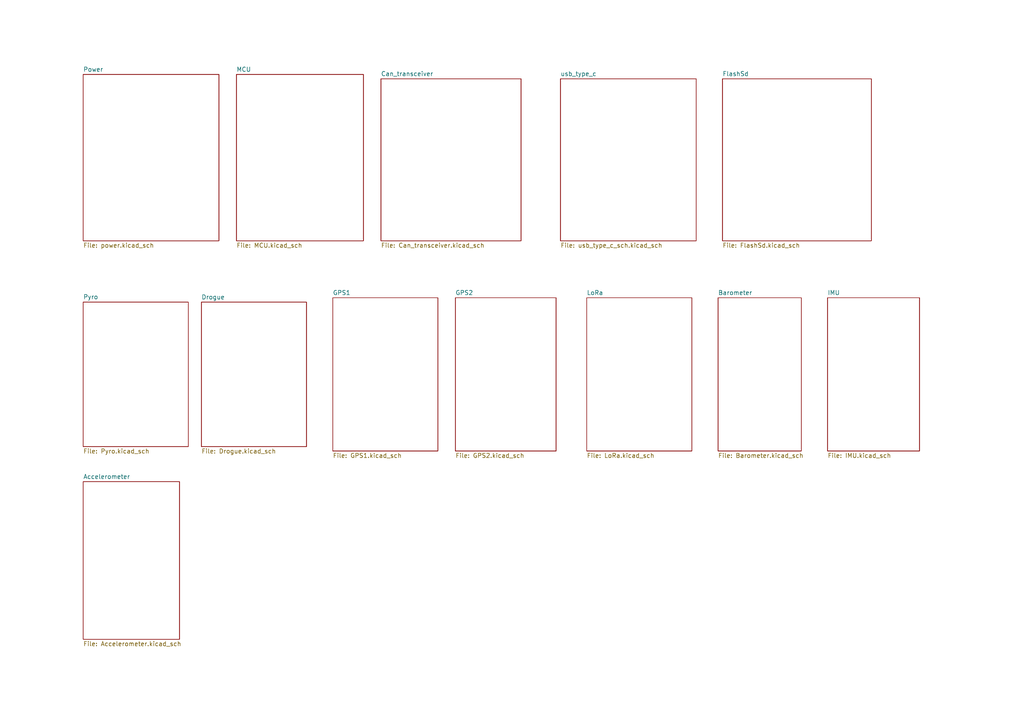
<source format=kicad_sch>
(kicad_sch
	(version 20250114)
	(generator "eeschema")
	(generator_version "9.0")
	(uuid "6cb3dda3-5fe8-4715-b831-354360aa3199")
	(paper "A4")
	(lib_symbols)
	(sheet
		(at 24.13 87.63)
		(size 30.48 41.91)
		(exclude_from_sim no)
		(in_bom yes)
		(on_board yes)
		(dnp no)
		(stroke
			(width 0.1524)
			(type solid)
		)
		(fill
			(color 0 0 0 0.0000)
		)
		(uuid "00a4b53a-09dd-45fe-9668-74427c57713f")
		(property "Sheetname" "Pyro"
			(at 24.13 86.868 0)
			(effects
				(font
					(size 1.27 1.27)
				)
				(justify left bottom)
			)
		)
		(property "Sheetfile" "Pyro.kicad_sch"
			(at 24.13 130.1246 0)
			(effects
				(font
					(size 1.27 1.27)
				)
				(justify left top)
			)
		)
		(instances
			(project "flightcomputer2"
				(path "/6cb3dda3-5fe8-4715-b831-354360aa3199"
					(page "3")
				)
			)
		)
	)
	(sheet
		(at 162.56 22.86)
		(size 39.37 46.99)
		(exclude_from_sim no)
		(in_bom yes)
		(on_board yes)
		(dnp no)
		(fields_autoplaced yes)
		(stroke
			(width 0.1524)
			(type solid)
		)
		(fill
			(color 0 0 0 0.0000)
		)
		(uuid "105f27ec-5fab-44f4-a683-69b23a7486f0")
		(property "Sheetname" "usb_type_c"
			(at 162.56 22.1484 0)
			(effects
				(font
					(size 1.27 1.27)
				)
				(justify left bottom)
			)
		)
		(property "Sheetfile" "usb_type_c_sch.kicad_sch"
			(at 162.56 70.4346 0)
			(effects
				(font
					(size 1.27 1.27)
				)
				(justify left top)
			)
		)
		(instances
			(project "flightcomputer2"
				(path "/6cb3dda3-5fe8-4715-b831-354360aa3199"
					(page "7")
				)
			)
		)
	)
	(sheet
		(at 68.58 21.59)
		(size 36.83 48.26)
		(exclude_from_sim no)
		(in_bom yes)
		(on_board yes)
		(dnp no)
		(fields_autoplaced yes)
		(stroke
			(width 0.1524)
			(type solid)
		)
		(fill
			(color 0 0 0 0.0000)
		)
		(uuid "2415024d-c1fa-457e-8c6b-d01152b96a1d")
		(property "Sheetname" "MCU"
			(at 68.58 20.8784 0)
			(effects
				(font
					(size 1.27 1.27)
				)
				(justify left bottom)
			)
		)
		(property "Sheetfile" "MCU.kicad_sch"
			(at 68.58 70.4346 0)
			(effects
				(font
					(size 1.27 1.27)
				)
				(justify left top)
			)
		)
		(instances
			(project "flightcomputer2"
				(path "/6cb3dda3-5fe8-4715-b831-354360aa3199"
					(page "2")
				)
			)
		)
	)
	(sheet
		(at 96.52 86.36)
		(size 30.48 44.45)
		(exclude_from_sim no)
		(in_bom yes)
		(on_board yes)
		(dnp no)
		(fields_autoplaced yes)
		(stroke
			(width 0.1524)
			(type solid)
		)
		(fill
			(color 0 0 0 0.0000)
		)
		(uuid "48dec4ea-003d-4181-8fc8-af0c53e2850d")
		(property "Sheetname" "GPS1"
			(at 96.52 85.6484 0)
			(effects
				(font
					(size 1.27 1.27)
				)
				(justify left bottom)
			)
		)
		(property "Sheetfile" "GPS1.kicad_sch"
			(at 96.52 131.3946 0)
			(effects
				(font
					(size 1.27 1.27)
				)
				(justify left top)
			)
		)
		(instances
			(project "flightcomputer2"
				(path "/6cb3dda3-5fe8-4715-b831-354360aa3199"
					(page "8")
				)
			)
		)
	)
	(sheet
		(at 58.42 87.63)
		(size 30.48 41.91)
		(exclude_from_sim no)
		(in_bom yes)
		(on_board yes)
		(dnp no)
		(fields_autoplaced yes)
		(stroke
			(width 0.1524)
			(type solid)
		)
		(fill
			(color 0 0 0 0.0000)
		)
		(uuid "49edfe84-9da0-4fce-8baf-f24126c92814")
		(property "Sheetname" "Drogue"
			(at 58.42 86.9184 0)
			(effects
				(font
					(size 1.27 1.27)
				)
				(justify left bottom)
			)
		)
		(property "Sheetfile" "Drogue.kicad_sch"
			(at 58.42 130.1246 0)
			(effects
				(font
					(size 1.27 1.27)
				)
				(justify left top)
			)
		)
		(instances
			(project "flightcomputer2"
				(path "/6cb3dda3-5fe8-4715-b831-354360aa3199"
					(page "7")
				)
			)
		)
	)
	(sheet
		(at 208.28 86.36)
		(size 24.13 44.45)
		(exclude_from_sim no)
		(in_bom yes)
		(on_board yes)
		(dnp no)
		(fields_autoplaced yes)
		(stroke
			(width 0.1524)
			(type solid)
		)
		(fill
			(color 0 0 0 0.0000)
		)
		(uuid "4fd02220-789e-446c-b98b-396c4e06173f")
		(property "Sheetname" "Barometer"
			(at 208.28 85.6484 0)
			(effects
				(font
					(size 1.27 1.27)
				)
				(justify left bottom)
			)
		)
		(property "Sheetfile" "Barometer.kicad_sch"
			(at 208.28 131.3946 0)
			(effects
				(font
					(size 1.27 1.27)
				)
				(justify left top)
			)
		)
		(instances
			(project "flightcomputer2"
				(path "/6cb3dda3-5fe8-4715-b831-354360aa3199"
					(page "12")
				)
			)
		)
	)
	(sheet
		(at 110.49 22.86)
		(size 40.64 46.99)
		(exclude_from_sim no)
		(in_bom yes)
		(on_board yes)
		(dnp no)
		(fields_autoplaced yes)
		(stroke
			(width 0.1524)
			(type solid)
		)
		(fill
			(color 0 0 0 0.0000)
		)
		(uuid "83b93a99-cc2b-4131-8387-83d6bf066ab3")
		(property "Sheetname" "Can_transceiver"
			(at 110.49 22.1484 0)
			(effects
				(font
					(size 1.27 1.27)
				)
				(justify left bottom)
			)
		)
		(property "Sheetfile" "Can_transceiver.kicad_sch"
			(at 110.49 70.4346 0)
			(effects
				(font
					(size 1.27 1.27)
				)
				(justify left top)
			)
		)
		(instances
			(project "flightcomputer2"
				(path "/6cb3dda3-5fe8-4715-b831-354360aa3199"
					(page "4")
				)
			)
		)
	)
	(sheet
		(at 24.13 139.7)
		(size 27.94 45.72)
		(exclude_from_sim no)
		(in_bom yes)
		(on_board yes)
		(dnp no)
		(fields_autoplaced yes)
		(stroke
			(width 0.1524)
			(type solid)
		)
		(fill
			(color 0 0 0 0.0000)
		)
		(uuid "845ef161-5bd7-4496-b5c2-e65e4f30444a")
		(property "Sheetname" "Accelerometer"
			(at 24.13 138.9884 0)
			(effects
				(font
					(size 1.27 1.27)
				)
				(justify left bottom)
			)
		)
		(property "Sheetfile" "Accelerometer.kicad_sch"
			(at 24.13 186.0046 0)
			(effects
				(font
					(size 1.27 1.27)
				)
				(justify left top)
			)
		)
		(instances
			(project "flightcomputer2"
				(path "/6cb3dda3-5fe8-4715-b831-354360aa3199"
					(page "14")
				)
			)
		)
	)
	(sheet
		(at 170.18 86.36)
		(size 30.48 44.45)
		(exclude_from_sim no)
		(in_bom yes)
		(on_board yes)
		(dnp no)
		(fields_autoplaced yes)
		(stroke
			(width 0.1524)
			(type solid)
		)
		(fill
			(color 0 0 0 0.0000)
		)
		(uuid "97ae08f8-7044-40a2-9385-378b47d6b9a1")
		(property "Sheetname" "LoRa"
			(at 170.18 85.6484 0)
			(effects
				(font
					(size 1.27 1.27)
				)
				(justify left bottom)
			)
		)
		(property "Sheetfile" "LoRa.kicad_sch"
			(at 170.18 131.3946 0)
			(effects
				(font
					(size 1.27 1.27)
				)
				(justify left top)
			)
		)
		(instances
			(project "flightcomputer2"
				(path "/6cb3dda3-5fe8-4715-b831-354360aa3199"
					(page "10")
				)
			)
		)
	)
	(sheet
		(at 132.08 86.36)
		(size 29.21 44.45)
		(exclude_from_sim no)
		(in_bom yes)
		(on_board yes)
		(dnp no)
		(fields_autoplaced yes)
		(stroke
			(width 0.1524)
			(type solid)
		)
		(fill
			(color 0 0 0 0.0000)
		)
		(uuid "9d9c275c-2a03-42ca-b9d6-2448b2e4b2af")
		(property "Sheetname" "GPS2"
			(at 132.08 85.6484 0)
			(effects
				(font
					(size 1.27 1.27)
				)
				(justify left bottom)
			)
		)
		(property "Sheetfile" "GPS2.kicad_sch"
			(at 132.08 131.3946 0)
			(effects
				(font
					(size 1.27 1.27)
				)
				(justify left top)
			)
		)
		(instances
			(project "flightcomputer2"
				(path "/6cb3dda3-5fe8-4715-b831-354360aa3199"
					(page "9")
				)
			)
		)
	)
	(sheet
		(at 24.13 21.59)
		(size 39.37 48.26)
		(exclude_from_sim no)
		(in_bom yes)
		(on_board yes)
		(dnp no)
		(fields_autoplaced yes)
		(stroke
			(width 0.1524)
			(type solid)
		)
		(fill
			(color 0 0 0 0.0000)
		)
		(uuid "ba4deb13-717a-43bb-a60d-abfd8de92de6")
		(property "Sheetname" "Power"
			(at 24.13 20.8784 0)
			(effects
				(font
					(size 1.27 1.27)
				)
				(justify left bottom)
			)
		)
		(property "Sheetfile" "power.kicad_sch"
			(at 24.13 70.4346 0)
			(effects
				(font
					(size 1.27 1.27)
				)
				(justify left top)
			)
		)
		(instances
			(project "flightcomputer2"
				(path "/6cb3dda3-5fe8-4715-b831-354360aa3199"
					(page "6")
				)
			)
		)
	)
	(sheet
		(at 240.03 86.36)
		(size 26.67 44.45)
		(exclude_from_sim no)
		(in_bom yes)
		(on_board yes)
		(dnp no)
		(fields_autoplaced yes)
		(stroke
			(width 0.1524)
			(type solid)
		)
		(fill
			(color 0 0 0 0.0000)
		)
		(uuid "baf5f864-5fa3-4fb9-89f7-279135a67e52")
		(property "Sheetname" "IMU"
			(at 240.03 85.6484 0)
			(effects
				(font
					(size 1.27 1.27)
				)
				(justify left bottom)
			)
		)
		(property "Sheetfile" "IMU.kicad_sch"
			(at 240.03 131.3946 0)
			(effects
				(font
					(size 1.27 1.27)
				)
				(justify left top)
			)
		)
		(instances
			(project "flightcomputer2"
				(path "/6cb3dda3-5fe8-4715-b831-354360aa3199"
					(page "13")
				)
			)
		)
	)
	(sheet
		(at 209.55 22.86)
		(size 43.18 46.99)
		(exclude_from_sim no)
		(in_bom yes)
		(on_board yes)
		(dnp no)
		(fields_autoplaced yes)
		(stroke
			(width 0.1524)
			(type solid)
		)
		(fill
			(color 0 0 0 0.0000)
		)
		(uuid "caa4144d-1f54-4913-83e9-888ee3d0dcec")
		(property "Sheetname" "FlashSd"
			(at 209.55 22.1484 0)
			(effects
				(font
					(size 1.27 1.27)
				)
				(justify left bottom)
			)
		)
		(property "Sheetfile" "FlashSd.kicad_sch"
			(at 209.55 70.4346 0)
			(effects
				(font
					(size 1.27 1.27)
				)
				(justify left top)
			)
		)
		(instances
			(project "flightcomputer2"
				(path "/6cb3dda3-5fe8-4715-b831-354360aa3199"
					(page "11")
				)
			)
		)
	)
	(sheet_instances
		(path "/"
			(page "1")
		)
	)
	(embedded_fonts no)
)

</source>
